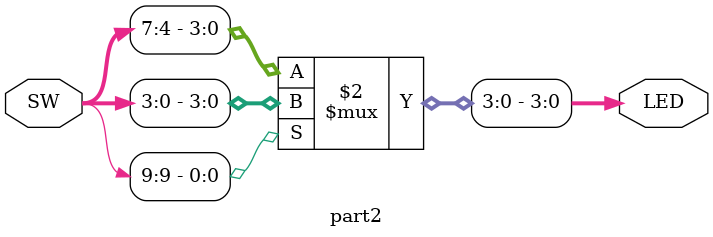
<source format=v>
module part2(SW,LED);
	input [9:0] SW;
	output [9:0] LED;
	//assign LED = SW;
	assign LED[3:0] = (SW[9] ==0)?SW[7:4]:SW[3:0] ;
	//s = SW[9]
	// X = SW[7:4]
	//Y = SW[3:0]
endmodule

</source>
